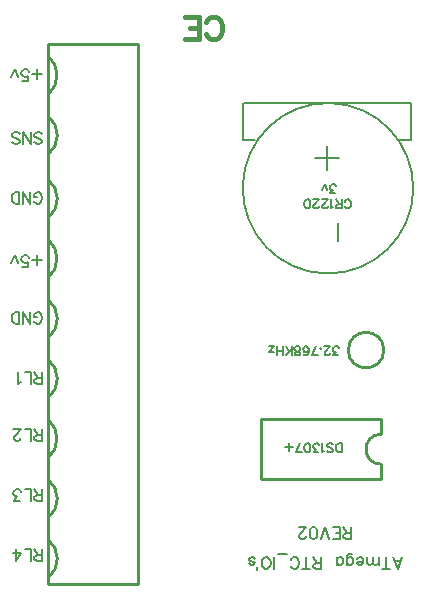
<source format=gto>
G04 Layer: TopSilkLayer*
G04 EasyEDA v6.2.46, 2019-11-12T08:41:23+00:00*
G04 a54ae0302d0d4d44958841ca790c1891,6515191c65484b44ad2e16bf32a5f50e,10*
G04 Gerber Generator version 0.2*
G04 Scale: 100 percent, Rotated: No, Reflected: No *
G04 Dimensions in millimeters *
G04 leading zeros omitted , absolute positions ,3 integer and 3 decimal *
%FSLAX33Y33*%
%MOMM*%
G90*
G71D02*

%ADD10C,0.254000*%
%ADD22C,0.152400*%
%ADD23C,0.203200*%
%ADD24C,0.399999*%

%LPD*%
G54D10*
G01X11176Y49276D02*
G01X11176Y8636D01*
G01X11176Y49276D02*
G01X3556Y49276D01*
G01X3556Y49276D01*
G01X11176Y8636D02*
G01X11176Y3556D01*
G01X11176Y3556D02*
G01X3556Y3556D01*
G01X3556Y49276D02*
G01X3556Y3556D01*
G01X21590Y17526D02*
G01X21590Y12446D01*
G01X21590Y12446D02*
G01X31750Y12446D01*
G01X21590Y17526D02*
G01X31750Y17526D01*
G01X31750Y17526D02*
G01X31750Y16256D01*
G01X31750Y13716D02*
G01X31750Y12446D01*
G54D22*
G01X27178Y40640D02*
G01X27178Y38608D01*
G01X26162Y39624D02*
G01X28194Y39624D01*
G01X28067Y34174D02*
G01X28067Y32650D01*
G01X21082Y41148D02*
G01X20066Y41148D01*
G01X20066Y44196D01*
G01X20174Y44304D01*
G01X27178Y44304D01*
G01X34181Y44304D01*
G01X34290Y44196D01*
G01X34290Y41148D01*
G01X33274Y41148D01*
G54D23*
G01X2639Y46327D02*
G01X2639Y47144D01*
G01X3048Y46736D02*
G01X2230Y46736D01*
G01X1384Y46189D02*
G01X1838Y46189D01*
G01X1884Y46598D01*
G01X1838Y46553D01*
G01X1701Y46509D01*
G01X1567Y46509D01*
G01X1430Y46553D01*
G01X1338Y46644D01*
G01X1292Y46781D01*
G01X1292Y46873D01*
G01X1338Y47007D01*
G01X1430Y47099D01*
G01X1567Y47144D01*
G01X1701Y47144D01*
G01X1838Y47099D01*
G01X1884Y47053D01*
G01X1930Y46962D01*
G01X993Y46509D02*
G01X721Y47144D01*
G01X447Y46509D02*
G01X721Y47144D01*
G01X2410Y40993D02*
G01X2501Y40901D01*
G01X2639Y40855D01*
G01X2821Y40855D01*
G01X2956Y40901D01*
G01X3048Y40993D01*
G01X3048Y41084D01*
G01X3002Y41175D01*
G01X2956Y41219D01*
G01X2865Y41264D01*
G01X2593Y41356D01*
G01X2501Y41402D01*
G01X2456Y41447D01*
G01X2410Y41539D01*
G01X2410Y41673D01*
G01X2501Y41765D01*
G01X2639Y41810D01*
G01X2821Y41810D01*
G01X2956Y41765D01*
G01X3048Y41673D01*
G01X2110Y40855D02*
G01X2110Y41810D01*
G01X2110Y40855D02*
G01X1475Y41810D01*
G01X1475Y40855D02*
G01X1475Y41810D01*
G01X538Y40993D02*
G01X629Y40901D01*
G01X767Y40855D01*
G01X947Y40855D01*
G01X1084Y40901D01*
G01X1176Y40993D01*
G01X1176Y41084D01*
G01X1130Y41175D01*
G01X1084Y41219D01*
G01X993Y41264D01*
G01X721Y41356D01*
G01X629Y41402D01*
G01X584Y41447D01*
G01X538Y41539D01*
G01X538Y41673D01*
G01X629Y41765D01*
G01X767Y41810D01*
G01X947Y41810D01*
G01X1084Y41765D01*
G01X1176Y41673D01*
G01X2367Y36004D02*
G01X2410Y35913D01*
G01X2501Y35821D01*
G01X2593Y35775D01*
G01X2776Y35775D01*
G01X2865Y35821D01*
G01X2956Y35913D01*
G01X3002Y36004D01*
G01X3048Y36139D01*
G01X3048Y36367D01*
G01X3002Y36504D01*
G01X2956Y36593D01*
G01X2865Y36685D01*
G01X2776Y36730D01*
G01X2593Y36730D01*
G01X2501Y36685D01*
G01X2410Y36593D01*
G01X2367Y36504D01*
G01X2367Y36367D01*
G01X2593Y36367D02*
G01X2367Y36367D01*
G01X2065Y35775D02*
G01X2065Y36730D01*
G01X2065Y35775D02*
G01X1430Y36730D01*
G01X1430Y35775D02*
G01X1430Y36730D01*
G01X1130Y35775D02*
G01X1130Y36730D01*
G01X1130Y35775D02*
G01X812Y35775D01*
G01X675Y35821D01*
G01X584Y35913D01*
G01X538Y36004D01*
G01X492Y36139D01*
G01X492Y36367D01*
G01X538Y36504D01*
G01X584Y36593D01*
G01X675Y36685D01*
G01X812Y36730D01*
G01X1130Y36730D01*
G01X2639Y30579D02*
G01X2639Y31396D01*
G01X3048Y30988D02*
G01X2230Y30988D01*
G01X1384Y30441D02*
G01X1838Y30441D01*
G01X1884Y30850D01*
G01X1838Y30805D01*
G01X1701Y30761D01*
G01X1567Y30761D01*
G01X1430Y30805D01*
G01X1338Y30896D01*
G01X1292Y31033D01*
G01X1292Y31125D01*
G01X1338Y31259D01*
G01X1430Y31351D01*
G01X1567Y31396D01*
G01X1701Y31396D01*
G01X1838Y31351D01*
G01X1884Y31305D01*
G01X1930Y31214D01*
G01X993Y30761D02*
G01X721Y31396D01*
G01X447Y30761D02*
G01X721Y31396D01*
G01X2367Y25844D02*
G01X2410Y25753D01*
G01X2501Y25661D01*
G01X2593Y25615D01*
G01X2776Y25615D01*
G01X2865Y25661D01*
G01X2956Y25753D01*
G01X3002Y25844D01*
G01X3048Y25979D01*
G01X3048Y26207D01*
G01X3002Y26344D01*
G01X2956Y26433D01*
G01X2865Y26525D01*
G01X2776Y26570D01*
G01X2593Y26570D01*
G01X2501Y26525D01*
G01X2410Y26433D01*
G01X2367Y26344D01*
G01X2367Y26207D01*
G01X2593Y26207D02*
G01X2367Y26207D01*
G01X2065Y25615D02*
G01X2065Y26570D01*
G01X2065Y25615D02*
G01X1430Y26570D01*
G01X1430Y25615D02*
G01X1430Y26570D01*
G01X1130Y25615D02*
G01X1130Y26570D01*
G01X1130Y25615D02*
G01X812Y25615D01*
G01X675Y25661D01*
G01X584Y25753D01*
G01X538Y25844D01*
G01X492Y25979D01*
G01X492Y26207D01*
G01X538Y26344D01*
G01X584Y26433D01*
G01X675Y26525D01*
G01X812Y26570D01*
G01X1130Y26570D01*
G01X3048Y20535D02*
G01X3048Y21490D01*
G01X3048Y20535D02*
G01X2639Y20535D01*
G01X2501Y20581D01*
G01X2456Y20627D01*
G01X2410Y20718D01*
G01X2410Y20810D01*
G01X2456Y20899D01*
G01X2501Y20944D01*
G01X2639Y20990D01*
G01X3048Y20990D01*
G01X2730Y20990D02*
G01X2410Y21490D01*
G01X2110Y20535D02*
G01X2110Y21490D01*
G01X2110Y21490D02*
G01X1567Y21490D01*
G01X1264Y20718D02*
G01X1176Y20673D01*
G01X1038Y20535D01*
G01X1038Y21490D01*
G01X3048Y15709D02*
G01X3048Y16664D01*
G01X3048Y15709D02*
G01X2639Y15709D01*
G01X2501Y15755D01*
G01X2456Y15801D01*
G01X2410Y15892D01*
G01X2410Y15984D01*
G01X2456Y16073D01*
G01X2501Y16118D01*
G01X2639Y16164D01*
G01X3048Y16164D01*
G01X2730Y16164D02*
G01X2410Y16664D01*
G01X2110Y15709D02*
G01X2110Y16664D01*
G01X2110Y16664D02*
G01X1567Y16664D01*
G01X1221Y15938D02*
G01X1221Y15892D01*
G01X1176Y15801D01*
G01X1130Y15755D01*
G01X1038Y15709D01*
G01X855Y15709D01*
G01X767Y15755D01*
G01X721Y15801D01*
G01X675Y15892D01*
G01X675Y15984D01*
G01X721Y16073D01*
G01X812Y16210D01*
G01X1264Y16664D01*
G01X629Y16664D01*
G01X3048Y10629D02*
G01X3048Y11584D01*
G01X3048Y10629D02*
G01X2639Y10629D01*
G01X2501Y10675D01*
G01X2456Y10721D01*
G01X2410Y10812D01*
G01X2410Y10904D01*
G01X2456Y10993D01*
G01X2501Y11038D01*
G01X2639Y11084D01*
G01X3048Y11084D01*
G01X2730Y11084D02*
G01X2410Y11584D01*
G01X2110Y10629D02*
G01X2110Y11584D01*
G01X2110Y11584D02*
G01X1567Y11584D01*
G01X1176Y10629D02*
G01X675Y10629D01*
G01X947Y10993D01*
G01X812Y10993D01*
G01X721Y11038D01*
G01X675Y11084D01*
G01X629Y11221D01*
G01X629Y11313D01*
G01X675Y11447D01*
G01X767Y11539D01*
G01X901Y11584D01*
G01X1038Y11584D01*
G01X1176Y11539D01*
G01X1221Y11493D01*
G01X1264Y11402D01*
G01X3048Y5549D02*
G01X3048Y6504D01*
G01X3048Y5549D02*
G01X2639Y5549D01*
G01X2501Y5595D01*
G01X2456Y5641D01*
G01X2410Y5732D01*
G01X2410Y5824D01*
G01X2456Y5913D01*
G01X2501Y5958D01*
G01X2639Y6004D01*
G01X3048Y6004D01*
G01X2730Y6004D02*
G01X2410Y6504D01*
G01X2110Y5549D02*
G01X2110Y6504D01*
G01X2110Y6504D02*
G01X1567Y6504D01*
G01X812Y5549D02*
G01X1264Y6187D01*
G01X584Y6187D01*
G01X812Y5549D02*
G01X812Y6504D01*
G01X27866Y36647D02*
G01X27467Y36647D01*
G01X27686Y36939D01*
G01X27576Y36939D01*
G01X27503Y36974D01*
G01X27467Y37010D01*
G01X27432Y37119D01*
G01X27432Y37193D01*
G01X27467Y37302D01*
G01X27541Y37376D01*
G01X27647Y37411D01*
G01X27757Y37411D01*
G01X27866Y37376D01*
G01X27904Y37338D01*
G01X27940Y37266D01*
G01X27190Y36901D02*
G01X26972Y37411D01*
G01X26753Y36901D02*
G01X26972Y37411D01*
G01X28663Y35560D02*
G01X28701Y35486D01*
G01X28772Y35415D01*
G01X28846Y35377D01*
G01X28991Y35377D01*
G01X29065Y35415D01*
G01X29136Y35486D01*
G01X29174Y35560D01*
G01X29209Y35669D01*
G01X29209Y35849D01*
G01X29174Y35958D01*
G01X29136Y36032D01*
G01X29065Y36106D01*
G01X28991Y36141D01*
G01X28846Y36141D01*
G01X28772Y36106D01*
G01X28701Y36032D01*
G01X28663Y35958D01*
G01X28424Y35377D02*
G01X28424Y36141D01*
G01X28424Y35377D02*
G01X28097Y35377D01*
G01X27988Y35415D01*
G01X27952Y35450D01*
G01X27914Y35521D01*
G01X27914Y35595D01*
G01X27952Y35669D01*
G01X27988Y35704D01*
G01X28097Y35740D01*
G01X28424Y35740D01*
G01X28170Y35740D02*
G01X27914Y36141D01*
G01X27675Y35521D02*
G01X27602Y35486D01*
G01X27492Y35377D01*
G01X27492Y36141D01*
G01X27218Y35560D02*
G01X27218Y35521D01*
G01X27180Y35450D01*
G01X27144Y35415D01*
G01X27071Y35377D01*
G01X26926Y35377D01*
G01X26852Y35415D01*
G01X26817Y35450D01*
G01X26781Y35521D01*
G01X26781Y35595D01*
G01X26817Y35669D01*
G01X26890Y35778D01*
G01X27254Y36141D01*
G01X26743Y36141D01*
G01X26469Y35560D02*
G01X26469Y35521D01*
G01X26431Y35450D01*
G01X26395Y35415D01*
G01X26321Y35377D01*
G01X26177Y35377D01*
G01X26103Y35415D01*
G01X26067Y35450D01*
G01X26032Y35521D01*
G01X26032Y35595D01*
G01X26067Y35669D01*
G01X26141Y35778D01*
G01X26504Y36141D01*
G01X25994Y36141D01*
G01X25537Y35377D02*
G01X25646Y35415D01*
G01X25719Y35521D01*
G01X25755Y35704D01*
G01X25755Y35814D01*
G01X25719Y35996D01*
G01X25646Y36106D01*
G01X25537Y36141D01*
G01X25463Y36141D01*
G01X25356Y36106D01*
G01X25283Y35996D01*
G01X25247Y35814D01*
G01X25247Y35704D01*
G01X25283Y35521D01*
G01X25356Y35415D01*
G01X25463Y35377D01*
G01X25537Y35377D01*
G01X28443Y14729D02*
G01X28443Y15494D01*
G01X28443Y14729D02*
G01X28189Y14729D01*
G01X28079Y14767D01*
G01X28006Y14838D01*
G01X27970Y14912D01*
G01X27935Y15021D01*
G01X27935Y15202D01*
G01X27970Y15311D01*
G01X28006Y15385D01*
G01X28079Y15458D01*
G01X28189Y15494D01*
G01X28443Y15494D01*
G01X27185Y14838D02*
G01X27256Y14767D01*
G01X27366Y14729D01*
G01X27510Y14729D01*
G01X27620Y14767D01*
G01X27693Y14838D01*
G01X27693Y14912D01*
G01X27658Y14983D01*
G01X27620Y15021D01*
G01X27549Y15057D01*
G01X27330Y15131D01*
G01X27256Y15166D01*
G01X27221Y15202D01*
G01X27185Y15275D01*
G01X27185Y15385D01*
G01X27256Y15458D01*
G01X27366Y15494D01*
G01X27510Y15494D01*
G01X27620Y15458D01*
G01X27693Y15385D01*
G01X26944Y14874D02*
G01X26870Y14838D01*
G01X26764Y14729D01*
G01X26764Y15494D01*
G01X26449Y14729D02*
G01X26050Y14729D01*
G01X26268Y15021D01*
G01X26159Y15021D01*
G01X26086Y15057D01*
G01X26050Y15092D01*
G01X26014Y15202D01*
G01X26014Y15275D01*
G01X26050Y15385D01*
G01X26124Y15458D01*
G01X26233Y15494D01*
G01X26340Y15494D01*
G01X26449Y15458D01*
G01X26487Y15420D01*
G01X26522Y15349D01*
G01X25555Y14729D02*
G01X25664Y14767D01*
G01X25738Y14874D01*
G01X25773Y15057D01*
G01X25773Y15166D01*
G01X25738Y15349D01*
G01X25664Y15458D01*
G01X25555Y15494D01*
G01X25484Y15494D01*
G01X25374Y15458D01*
G01X25301Y15349D01*
G01X25265Y15166D01*
G01X25265Y15057D01*
G01X25301Y14874D01*
G01X25374Y14767D01*
G01X25484Y14729D01*
G01X25555Y14729D01*
G01X24516Y14729D02*
G01X24879Y15494D01*
G01X25024Y14729D02*
G01X24516Y14729D01*
G01X23947Y14838D02*
G01X23947Y15494D01*
G01X24275Y15166D02*
G01X23622Y15166D01*
G01X28120Y22931D02*
G01X27721Y22931D01*
G01X27940Y23223D01*
G01X27830Y23223D01*
G01X27757Y23258D01*
G01X27721Y23294D01*
G01X27686Y23403D01*
G01X27686Y23477D01*
G01X27721Y23586D01*
G01X27795Y23660D01*
G01X27901Y23695D01*
G01X28011Y23695D01*
G01X28120Y23660D01*
G01X28158Y23622D01*
G01X28194Y23550D01*
G01X27409Y23114D02*
G01X27409Y23075D01*
G01X27371Y23004D01*
G01X27335Y22969D01*
G01X27264Y22931D01*
G01X27117Y22931D01*
G01X27045Y22969D01*
G01X27007Y23004D01*
G01X26972Y23075D01*
G01X26972Y23149D01*
G01X27007Y23223D01*
G01X27081Y23332D01*
G01X27444Y23695D01*
G01X26936Y23695D01*
G01X26659Y23512D02*
G01X26695Y23550D01*
G01X26659Y23586D01*
G01X26624Y23550D01*
G01X26659Y23512D01*
G01X25874Y22931D02*
G01X26238Y23695D01*
G01X26382Y22931D02*
G01X25874Y22931D01*
G01X25196Y23040D02*
G01X25234Y22969D01*
G01X25344Y22931D01*
G01X25415Y22931D01*
G01X25524Y22969D01*
G01X25598Y23075D01*
G01X25633Y23258D01*
G01X25633Y23441D01*
G01X25598Y23586D01*
G01X25524Y23660D01*
G01X25415Y23695D01*
G01X25379Y23695D01*
G01X25270Y23660D01*
G01X25196Y23586D01*
G01X25161Y23477D01*
G01X25161Y23441D01*
G01X25196Y23332D01*
G01X25270Y23258D01*
G01X25379Y23223D01*
G01X25415Y23223D01*
G01X25524Y23258D01*
G01X25598Y23332D01*
G01X25633Y23441D01*
G01X24739Y22931D02*
G01X24848Y22969D01*
G01X24884Y23040D01*
G01X24884Y23114D01*
G01X24848Y23185D01*
G01X24775Y23223D01*
G01X24630Y23258D01*
G01X24521Y23294D01*
G01X24447Y23368D01*
G01X24411Y23441D01*
G01X24411Y23550D01*
G01X24447Y23622D01*
G01X24485Y23660D01*
G01X24594Y23695D01*
G01X24739Y23695D01*
G01X24848Y23660D01*
G01X24884Y23622D01*
G01X24922Y23550D01*
G01X24922Y23441D01*
G01X24884Y23368D01*
G01X24813Y23294D01*
G01X24704Y23258D01*
G01X24556Y23223D01*
G01X24485Y23185D01*
G01X24447Y23114D01*
G01X24447Y23040D01*
G01X24485Y22969D01*
G01X24594Y22931D01*
G01X24739Y22931D01*
G01X24173Y22931D02*
G01X24173Y23695D01*
G01X23662Y22931D02*
G01X24173Y23441D01*
G01X23990Y23258D02*
G01X23662Y23695D01*
G01X23423Y22931D02*
G01X23423Y23695D01*
G01X22913Y22931D02*
G01X22913Y23695D01*
G01X23423Y23294D02*
G01X22913Y23294D01*
G01X22273Y23185D02*
G01X22674Y23695D01*
G01X22674Y23185D02*
G01X22273Y23185D01*
G01X22674Y23695D02*
G01X22273Y23695D01*
G01X26670Y4864D02*
G01X26670Y5819D01*
G01X26670Y4864D02*
G01X26261Y4864D01*
G01X26123Y4909D01*
G01X26078Y4955D01*
G01X26032Y5046D01*
G01X26032Y5138D01*
G01X26078Y5227D01*
G01X26123Y5273D01*
G01X26261Y5318D01*
G01X26670Y5318D01*
G01X26352Y5318D02*
G01X26032Y5819D01*
G01X25415Y4864D02*
G01X25415Y5819D01*
G01X25732Y4864D02*
G01X25097Y4864D01*
G01X24114Y5092D02*
G01X24160Y5001D01*
G01X24251Y4909D01*
G01X24343Y4864D01*
G01X24523Y4864D01*
G01X24615Y4909D01*
G01X24706Y5001D01*
G01X24752Y5092D01*
G01X24798Y5227D01*
G01X24798Y5455D01*
G01X24752Y5593D01*
G01X24706Y5681D01*
G01X24615Y5773D01*
G01X24523Y5819D01*
G01X24343Y5819D01*
G01X24251Y5773D01*
G01X24160Y5681D01*
G01X24114Y5593D01*
G01X23815Y6136D02*
G01X22997Y6136D01*
G01X22697Y4864D02*
G01X22697Y5819D01*
G01X22123Y4864D02*
G01X22214Y4909D01*
G01X22306Y5001D01*
G01X22352Y5092D01*
G01X22397Y5227D01*
G01X22397Y5455D01*
G01X22352Y5593D01*
G01X22306Y5681D01*
G01X22214Y5773D01*
G01X22123Y5819D01*
G01X21943Y5819D01*
G01X21851Y5773D01*
G01X21760Y5681D01*
G01X21714Y5593D01*
G01X21668Y5455D01*
G01X21668Y5227D01*
G01X21714Y5092D01*
G01X21760Y5001D01*
G01X21851Y4909D01*
G01X21943Y4864D01*
G01X22123Y4864D01*
G01X21280Y4729D02*
G01X21280Y5001D01*
G01X20568Y5318D02*
G01X20614Y5227D01*
G01X20751Y5184D01*
G01X20888Y5184D01*
G01X21023Y5227D01*
G01X21069Y5318D01*
G01X21023Y5410D01*
G01X20934Y5455D01*
G01X20706Y5501D01*
G01X20614Y5547D01*
G01X20568Y5636D01*
G01X20568Y5681D01*
G01X20614Y5773D01*
G01X20751Y5819D01*
G01X20888Y5819D01*
G01X21023Y5773D01*
G01X21069Y5681D01*
G01X29210Y7404D02*
G01X29210Y8359D01*
G01X29210Y7404D02*
G01X28801Y7404D01*
G01X28663Y7449D01*
G01X28618Y7495D01*
G01X28572Y7586D01*
G01X28572Y7678D01*
G01X28618Y7767D01*
G01X28663Y7813D01*
G01X28801Y7858D01*
G01X29210Y7858D01*
G01X28892Y7858D02*
G01X28572Y8359D01*
G01X28272Y7404D02*
G01X28272Y8359D01*
G01X28272Y7404D02*
G01X27683Y7404D01*
G01X28272Y7858D02*
G01X27909Y7858D01*
G01X28272Y8359D02*
G01X27683Y8359D01*
G01X27383Y7404D02*
G01X27017Y8359D01*
G01X26654Y7404D02*
G01X27017Y8359D01*
G01X26083Y7404D02*
G01X26217Y7449D01*
G01X26309Y7586D01*
G01X26355Y7813D01*
G01X26355Y7950D01*
G01X26309Y8176D01*
G01X26217Y8313D01*
G01X26083Y8359D01*
G01X25991Y8359D01*
G01X25854Y8313D01*
G01X25765Y8176D01*
G01X25720Y7950D01*
G01X25720Y7813D01*
G01X25765Y7586D01*
G01X25854Y7449D01*
G01X25991Y7404D01*
G01X26083Y7404D01*
G01X25374Y7632D02*
G01X25374Y7586D01*
G01X25328Y7495D01*
G01X25283Y7449D01*
G01X25191Y7404D01*
G01X25008Y7404D01*
G01X24919Y7449D01*
G01X24874Y7495D01*
G01X24828Y7586D01*
G01X24828Y7678D01*
G01X24874Y7767D01*
G01X24965Y7904D01*
G01X25420Y8359D01*
G01X24782Y8359D01*
G01X33164Y4864D02*
G01X33528Y5819D01*
G01X33164Y4864D02*
G01X32801Y5819D01*
G01X33390Y5501D02*
G01X32936Y5501D01*
G01X32181Y4864D02*
G01X32181Y5819D01*
G01X32501Y4864D02*
G01X31864Y4864D01*
G01X31564Y5184D02*
G01X31564Y5819D01*
G01X31564Y5364D02*
G01X31427Y5227D01*
G01X31335Y5184D01*
G01X31201Y5184D01*
G01X31109Y5227D01*
G01X31064Y5364D01*
G01X31064Y5819D01*
G01X31064Y5364D02*
G01X30927Y5227D01*
G01X30838Y5184D01*
G01X30700Y5184D01*
G01X30609Y5227D01*
G01X30563Y5364D01*
G01X30563Y5819D01*
G01X30264Y5455D02*
G01X29718Y5455D01*
G01X29718Y5364D01*
G01X29763Y5273D01*
G01X29809Y5227D01*
G01X29900Y5184D01*
G01X30038Y5184D01*
G01X30126Y5227D01*
G01X30218Y5318D01*
G01X30264Y5455D01*
G01X30264Y5547D01*
G01X30218Y5681D01*
G01X30126Y5773D01*
G01X30038Y5819D01*
G01X29900Y5819D01*
G01X29809Y5773D01*
G01X29718Y5681D01*
G01X28874Y5184D02*
G01X28874Y5910D01*
G01X28917Y6047D01*
G01X28963Y6090D01*
G01X29055Y6136D01*
G01X29192Y6136D01*
G01X29283Y6090D01*
G01X28874Y5318D02*
G01X28963Y5227D01*
G01X29055Y5184D01*
G01X29192Y5184D01*
G01X29283Y5227D01*
G01X29372Y5318D01*
G01X29418Y5455D01*
G01X29418Y5547D01*
G01X29372Y5681D01*
G01X29283Y5773D01*
G01X29192Y5819D01*
G01X29055Y5819D01*
G01X28963Y5773D01*
G01X28874Y5681D01*
G01X28028Y5184D02*
G01X28028Y5819D01*
G01X28028Y5318D02*
G01X28117Y5227D01*
G01X28209Y5184D01*
G01X28346Y5184D01*
G01X28437Y5227D01*
G01X28526Y5318D01*
G01X28572Y5455D01*
G01X28572Y5547D01*
G01X28526Y5681D01*
G01X28437Y5773D01*
G01X28346Y5819D01*
G01X28209Y5819D01*
G01X28117Y5773D01*
G01X28028Y5681D01*
G54D24*
G01X16924Y50162D02*
G01X17015Y49982D01*
G01X17196Y49799D01*
G01X17379Y49710D01*
G01X17742Y49710D01*
G01X17925Y49799D01*
G01X18105Y49982D01*
G01X18196Y50162D01*
G01X18288Y50436D01*
G01X18288Y50891D01*
G01X18196Y51163D01*
G01X18105Y51346D01*
G01X17925Y51526D01*
G01X17742Y51617D01*
G01X17379Y51617D01*
G01X17196Y51526D01*
G01X17015Y51346D01*
G01X16924Y51163D01*
G01X16324Y49710D02*
G01X16324Y51617D01*
G01X16324Y49710D02*
G01X15141Y49710D01*
G01X16324Y50617D02*
G01X15595Y50617D01*
G01X16324Y51617D02*
G01X15141Y51617D01*
G54D10*
G75*
G01X3556Y48301D02*
G02X3556Y44999I-1407J-1651D01*
G01*
G75*
G01X3556Y43221D02*
G02X3556Y39919I-1335J-1651D01*
G01*
G75*
G01X3556Y37846D02*
G02X3556Y34544I-1335J-1651D01*
G01*
G75*
G01X3556Y32766D02*
G02X3556Y29464I-1407J-1651D01*
G01*
G75*
G01X3556Y27686D02*
G02X3556Y24384I-1335J-1651D01*
G01*
G75*
G01X3556Y22606D02*
G02X3556Y19304I-1335J-1651D01*
G01*
G75*
G01X3556Y17526D02*
G02X3556Y14224I-1407J-1651D01*
G01*
G75*
G01X3556Y12446D02*
G02X3556Y9144I-1335J-1651D01*
G01*
G75*
G01X3556Y7366D02*
G02X3556Y4064I-1335J-1651D01*
G01*
G75*
G01X31750Y13716D02*
G02X31750Y16256I0J1270D01*
G01*
G54D22*
G75*
G01X27178Y29863D02*
G03X27051Y29865I81J7219D01*
G01*
G54D10*
G75*
G01X31980Y23376D02*
G03X31980Y23376I-1500J0D01*
G01*
M00*
M02*

</source>
